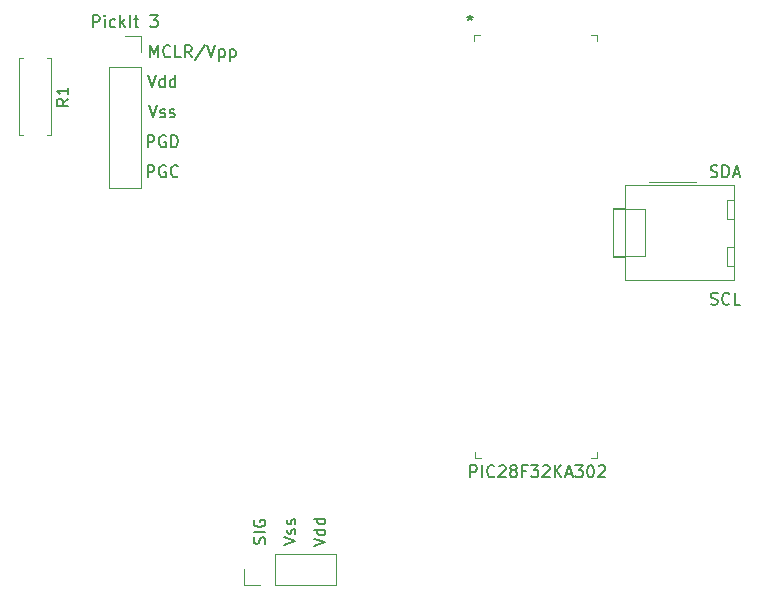
<source format=gto>
G04 #@! TF.GenerationSoftware,KiCad,Pcbnew,(5.1.5)-3*
G04 #@! TF.CreationDate,2021-02-10T11:03:33-05:00*
G04 #@! TF.ProjectId,PCB,5043422e-6b69-4636-9164-5f7063625858,rev?*
G04 #@! TF.SameCoordinates,Original*
G04 #@! TF.FileFunction,Legend,Top*
G04 #@! TF.FilePolarity,Positive*
%FSLAX46Y46*%
G04 Gerber Fmt 4.6, Leading zero omitted, Abs format (unit mm)*
G04 Created by KiCad (PCBNEW (5.1.5)-3) date 2021-02-10 11:03:33*
%MOMM*%
%LPD*%
G04 APERTURE LIST*
%ADD10C,0.150000*%
%ADD11C,0.120000*%
%ADD12C,0.100000*%
G04 APERTURE END LIST*
D10*
X110498095Y-95067380D02*
X110498095Y-94067380D01*
X110879047Y-94067380D01*
X110974285Y-94115000D01*
X111021904Y-94162619D01*
X111069523Y-94257857D01*
X111069523Y-94400714D01*
X111021904Y-94495952D01*
X110974285Y-94543571D01*
X110879047Y-94591190D01*
X110498095Y-94591190D01*
X112021904Y-94115000D02*
X111926666Y-94067380D01*
X111783809Y-94067380D01*
X111640952Y-94115000D01*
X111545714Y-94210238D01*
X111498095Y-94305476D01*
X111450476Y-94495952D01*
X111450476Y-94638809D01*
X111498095Y-94829285D01*
X111545714Y-94924523D01*
X111640952Y-95019761D01*
X111783809Y-95067380D01*
X111879047Y-95067380D01*
X112021904Y-95019761D01*
X112069523Y-94972142D01*
X112069523Y-94638809D01*
X111879047Y-94638809D01*
X113069523Y-94972142D02*
X113021904Y-95019761D01*
X112879047Y-95067380D01*
X112783809Y-95067380D01*
X112640952Y-95019761D01*
X112545714Y-94924523D01*
X112498095Y-94829285D01*
X112450476Y-94638809D01*
X112450476Y-94495952D01*
X112498095Y-94305476D01*
X112545714Y-94210238D01*
X112640952Y-94115000D01*
X112783809Y-94067380D01*
X112879047Y-94067380D01*
X113021904Y-94115000D01*
X113069523Y-94162619D01*
X110498095Y-92527380D02*
X110498095Y-91527380D01*
X110879047Y-91527380D01*
X110974285Y-91575000D01*
X111021904Y-91622619D01*
X111069523Y-91717857D01*
X111069523Y-91860714D01*
X111021904Y-91955952D01*
X110974285Y-92003571D01*
X110879047Y-92051190D01*
X110498095Y-92051190D01*
X112021904Y-91575000D02*
X111926666Y-91527380D01*
X111783809Y-91527380D01*
X111640952Y-91575000D01*
X111545714Y-91670238D01*
X111498095Y-91765476D01*
X111450476Y-91955952D01*
X111450476Y-92098809D01*
X111498095Y-92289285D01*
X111545714Y-92384523D01*
X111640952Y-92479761D01*
X111783809Y-92527380D01*
X111879047Y-92527380D01*
X112021904Y-92479761D01*
X112069523Y-92432142D01*
X112069523Y-92098809D01*
X111879047Y-92098809D01*
X112498095Y-92527380D02*
X112498095Y-91527380D01*
X112736190Y-91527380D01*
X112879047Y-91575000D01*
X112974285Y-91670238D01*
X113021904Y-91765476D01*
X113069523Y-91955952D01*
X113069523Y-92098809D01*
X113021904Y-92289285D01*
X112974285Y-92384523D01*
X112879047Y-92479761D01*
X112736190Y-92527380D01*
X112498095Y-92527380D01*
X110617142Y-88987380D02*
X110950476Y-89987380D01*
X111283809Y-88987380D01*
X111569523Y-89939761D02*
X111664761Y-89987380D01*
X111855238Y-89987380D01*
X111950476Y-89939761D01*
X111998095Y-89844523D01*
X111998095Y-89796904D01*
X111950476Y-89701666D01*
X111855238Y-89654047D01*
X111712380Y-89654047D01*
X111617142Y-89606428D01*
X111569523Y-89511190D01*
X111569523Y-89463571D01*
X111617142Y-89368333D01*
X111712380Y-89320714D01*
X111855238Y-89320714D01*
X111950476Y-89368333D01*
X112379047Y-89939761D02*
X112474285Y-89987380D01*
X112664761Y-89987380D01*
X112760000Y-89939761D01*
X112807619Y-89844523D01*
X112807619Y-89796904D01*
X112760000Y-89701666D01*
X112664761Y-89654047D01*
X112521904Y-89654047D01*
X112426666Y-89606428D01*
X112379047Y-89511190D01*
X112379047Y-89463571D01*
X112426666Y-89368333D01*
X112521904Y-89320714D01*
X112664761Y-89320714D01*
X112760000Y-89368333D01*
X110521904Y-86447380D02*
X110855238Y-87447380D01*
X111188571Y-86447380D01*
X111950476Y-87447380D02*
X111950476Y-86447380D01*
X111950476Y-87399761D02*
X111855238Y-87447380D01*
X111664761Y-87447380D01*
X111569523Y-87399761D01*
X111521904Y-87352142D01*
X111474285Y-87256904D01*
X111474285Y-86971190D01*
X111521904Y-86875952D01*
X111569523Y-86828333D01*
X111664761Y-86780714D01*
X111855238Y-86780714D01*
X111950476Y-86828333D01*
X112855238Y-87447380D02*
X112855238Y-86447380D01*
X112855238Y-87399761D02*
X112760000Y-87447380D01*
X112569523Y-87447380D01*
X112474285Y-87399761D01*
X112426666Y-87352142D01*
X112379047Y-87256904D01*
X112379047Y-86971190D01*
X112426666Y-86875952D01*
X112474285Y-86828333D01*
X112569523Y-86780714D01*
X112760000Y-86780714D01*
X112855238Y-86828333D01*
X110704761Y-84907380D02*
X110704761Y-83907380D01*
X111038095Y-84621666D01*
X111371428Y-83907380D01*
X111371428Y-84907380D01*
X112419047Y-84812142D02*
X112371428Y-84859761D01*
X112228571Y-84907380D01*
X112133333Y-84907380D01*
X111990476Y-84859761D01*
X111895238Y-84764523D01*
X111847619Y-84669285D01*
X111800000Y-84478809D01*
X111800000Y-84335952D01*
X111847619Y-84145476D01*
X111895238Y-84050238D01*
X111990476Y-83955000D01*
X112133333Y-83907380D01*
X112228571Y-83907380D01*
X112371428Y-83955000D01*
X112419047Y-84002619D01*
X113323809Y-84907380D02*
X112847619Y-84907380D01*
X112847619Y-83907380D01*
X114228571Y-84907380D02*
X113895238Y-84431190D01*
X113657142Y-84907380D02*
X113657142Y-83907380D01*
X114038095Y-83907380D01*
X114133333Y-83955000D01*
X114180952Y-84002619D01*
X114228571Y-84097857D01*
X114228571Y-84240714D01*
X114180952Y-84335952D01*
X114133333Y-84383571D01*
X114038095Y-84431190D01*
X113657142Y-84431190D01*
X115371428Y-83859761D02*
X114514285Y-85145476D01*
X115561904Y-83907380D02*
X115895238Y-84907380D01*
X116228571Y-83907380D01*
X116561904Y-84240714D02*
X116561904Y-85240714D01*
X116561904Y-84288333D02*
X116657142Y-84240714D01*
X116847619Y-84240714D01*
X116942857Y-84288333D01*
X116990476Y-84335952D01*
X117038095Y-84431190D01*
X117038095Y-84716904D01*
X116990476Y-84812142D01*
X116942857Y-84859761D01*
X116847619Y-84907380D01*
X116657142Y-84907380D01*
X116561904Y-84859761D01*
X117466666Y-84240714D02*
X117466666Y-85240714D01*
X117466666Y-84288333D02*
X117561904Y-84240714D01*
X117752380Y-84240714D01*
X117847619Y-84288333D01*
X117895238Y-84335952D01*
X117942857Y-84431190D01*
X117942857Y-84716904D01*
X117895238Y-84812142D01*
X117847619Y-84859761D01*
X117752380Y-84907380D01*
X117561904Y-84907380D01*
X117466666Y-84859761D01*
X105870714Y-82367380D02*
X105870714Y-81367380D01*
X106251666Y-81367380D01*
X106346904Y-81415000D01*
X106394523Y-81462619D01*
X106442142Y-81557857D01*
X106442142Y-81700714D01*
X106394523Y-81795952D01*
X106346904Y-81843571D01*
X106251666Y-81891190D01*
X105870714Y-81891190D01*
X106870714Y-82367380D02*
X106870714Y-81700714D01*
X106870714Y-81367380D02*
X106823095Y-81415000D01*
X106870714Y-81462619D01*
X106918333Y-81415000D01*
X106870714Y-81367380D01*
X106870714Y-81462619D01*
X107775476Y-82319761D02*
X107680238Y-82367380D01*
X107489761Y-82367380D01*
X107394523Y-82319761D01*
X107346904Y-82272142D01*
X107299285Y-82176904D01*
X107299285Y-81891190D01*
X107346904Y-81795952D01*
X107394523Y-81748333D01*
X107489761Y-81700714D01*
X107680238Y-81700714D01*
X107775476Y-81748333D01*
X108204047Y-82367380D02*
X108204047Y-81367380D01*
X108299285Y-81986428D02*
X108585000Y-82367380D01*
X108585000Y-81700714D02*
X108204047Y-82081666D01*
X109013571Y-82367380D02*
X109013571Y-81367380D01*
X109346904Y-81700714D02*
X109727857Y-81700714D01*
X109489761Y-81367380D02*
X109489761Y-82224523D01*
X109537380Y-82319761D01*
X109632619Y-82367380D01*
X109727857Y-82367380D01*
X110727857Y-81367380D02*
X111346904Y-81367380D01*
X111013571Y-81748333D01*
X111156428Y-81748333D01*
X111251666Y-81795952D01*
X111299285Y-81843571D01*
X111346904Y-81938809D01*
X111346904Y-82176904D01*
X111299285Y-82272142D01*
X111251666Y-82319761D01*
X111156428Y-82367380D01*
X110870714Y-82367380D01*
X110775476Y-82319761D01*
X110727857Y-82272142D01*
X158194523Y-105814761D02*
X158337380Y-105862380D01*
X158575476Y-105862380D01*
X158670714Y-105814761D01*
X158718333Y-105767142D01*
X158765952Y-105671904D01*
X158765952Y-105576666D01*
X158718333Y-105481428D01*
X158670714Y-105433809D01*
X158575476Y-105386190D01*
X158385000Y-105338571D01*
X158289761Y-105290952D01*
X158242142Y-105243333D01*
X158194523Y-105148095D01*
X158194523Y-105052857D01*
X158242142Y-104957619D01*
X158289761Y-104910000D01*
X158385000Y-104862380D01*
X158623095Y-104862380D01*
X158765952Y-104910000D01*
X159765952Y-105767142D02*
X159718333Y-105814761D01*
X159575476Y-105862380D01*
X159480238Y-105862380D01*
X159337380Y-105814761D01*
X159242142Y-105719523D01*
X159194523Y-105624285D01*
X159146904Y-105433809D01*
X159146904Y-105290952D01*
X159194523Y-105100476D01*
X159242142Y-105005238D01*
X159337380Y-104910000D01*
X159480238Y-104862380D01*
X159575476Y-104862380D01*
X159718333Y-104910000D01*
X159765952Y-104957619D01*
X160670714Y-105862380D02*
X160194523Y-105862380D01*
X160194523Y-104862380D01*
X158170714Y-95019761D02*
X158313571Y-95067380D01*
X158551666Y-95067380D01*
X158646904Y-95019761D01*
X158694523Y-94972142D01*
X158742142Y-94876904D01*
X158742142Y-94781666D01*
X158694523Y-94686428D01*
X158646904Y-94638809D01*
X158551666Y-94591190D01*
X158361190Y-94543571D01*
X158265952Y-94495952D01*
X158218333Y-94448333D01*
X158170714Y-94353095D01*
X158170714Y-94257857D01*
X158218333Y-94162619D01*
X158265952Y-94115000D01*
X158361190Y-94067380D01*
X158599285Y-94067380D01*
X158742142Y-94115000D01*
X159170714Y-95067380D02*
X159170714Y-94067380D01*
X159408809Y-94067380D01*
X159551666Y-94115000D01*
X159646904Y-94210238D01*
X159694523Y-94305476D01*
X159742142Y-94495952D01*
X159742142Y-94638809D01*
X159694523Y-94829285D01*
X159646904Y-94924523D01*
X159551666Y-95019761D01*
X159408809Y-95067380D01*
X159170714Y-95067380D01*
X160123095Y-94781666D02*
X160599285Y-94781666D01*
X160027857Y-95067380D02*
X160361190Y-94067380D01*
X160694523Y-95067380D01*
X124547380Y-126333095D02*
X125547380Y-125999761D01*
X124547380Y-125666428D01*
X125547380Y-124904523D02*
X124547380Y-124904523D01*
X125499761Y-124904523D02*
X125547380Y-124999761D01*
X125547380Y-125190238D01*
X125499761Y-125285476D01*
X125452142Y-125333095D01*
X125356904Y-125380714D01*
X125071190Y-125380714D01*
X124975952Y-125333095D01*
X124928333Y-125285476D01*
X124880714Y-125190238D01*
X124880714Y-124999761D01*
X124928333Y-124904523D01*
X125547380Y-123999761D02*
X124547380Y-123999761D01*
X125499761Y-123999761D02*
X125547380Y-124095000D01*
X125547380Y-124285476D01*
X125499761Y-124380714D01*
X125452142Y-124428333D01*
X125356904Y-124475952D01*
X125071190Y-124475952D01*
X124975952Y-124428333D01*
X124928333Y-124380714D01*
X124880714Y-124285476D01*
X124880714Y-124095000D01*
X124928333Y-123999761D01*
X122007380Y-126237857D02*
X123007380Y-125904523D01*
X122007380Y-125571190D01*
X122959761Y-125285476D02*
X123007380Y-125190238D01*
X123007380Y-124999761D01*
X122959761Y-124904523D01*
X122864523Y-124856904D01*
X122816904Y-124856904D01*
X122721666Y-124904523D01*
X122674047Y-124999761D01*
X122674047Y-125142619D01*
X122626428Y-125237857D01*
X122531190Y-125285476D01*
X122483571Y-125285476D01*
X122388333Y-125237857D01*
X122340714Y-125142619D01*
X122340714Y-124999761D01*
X122388333Y-124904523D01*
X122959761Y-124475952D02*
X123007380Y-124380714D01*
X123007380Y-124190238D01*
X122959761Y-124095000D01*
X122864523Y-124047380D01*
X122816904Y-124047380D01*
X122721666Y-124095000D01*
X122674047Y-124190238D01*
X122674047Y-124333095D01*
X122626428Y-124428333D01*
X122531190Y-124475952D01*
X122483571Y-124475952D01*
X122388333Y-124428333D01*
X122340714Y-124333095D01*
X122340714Y-124190238D01*
X122388333Y-124095000D01*
X120419761Y-126118809D02*
X120467380Y-125975952D01*
X120467380Y-125737857D01*
X120419761Y-125642619D01*
X120372142Y-125595000D01*
X120276904Y-125547380D01*
X120181666Y-125547380D01*
X120086428Y-125595000D01*
X120038809Y-125642619D01*
X119991190Y-125737857D01*
X119943571Y-125928333D01*
X119895952Y-126023571D01*
X119848333Y-126071190D01*
X119753095Y-126118809D01*
X119657857Y-126118809D01*
X119562619Y-126071190D01*
X119515000Y-126023571D01*
X119467380Y-125928333D01*
X119467380Y-125690238D01*
X119515000Y-125547380D01*
X120467380Y-125118809D02*
X119467380Y-125118809D01*
X119515000Y-124118809D02*
X119467380Y-124214047D01*
X119467380Y-124356904D01*
X119515000Y-124499761D01*
X119610238Y-124595000D01*
X119705476Y-124642619D01*
X119895952Y-124690238D01*
X120038809Y-124690238D01*
X120229285Y-124642619D01*
X120324523Y-124595000D01*
X120419761Y-124499761D01*
X120467380Y-124356904D01*
X120467380Y-124261666D01*
X120419761Y-124118809D01*
X120372142Y-124071190D01*
X120038809Y-124071190D01*
X120038809Y-124261666D01*
X137819523Y-120467380D02*
X137819523Y-119467380D01*
X138200476Y-119467380D01*
X138295714Y-119515000D01*
X138343333Y-119562619D01*
X138390952Y-119657857D01*
X138390952Y-119800714D01*
X138343333Y-119895952D01*
X138295714Y-119943571D01*
X138200476Y-119991190D01*
X137819523Y-119991190D01*
X138819523Y-120467380D02*
X138819523Y-119467380D01*
X139867142Y-120372142D02*
X139819523Y-120419761D01*
X139676666Y-120467380D01*
X139581428Y-120467380D01*
X139438571Y-120419761D01*
X139343333Y-120324523D01*
X139295714Y-120229285D01*
X139248095Y-120038809D01*
X139248095Y-119895952D01*
X139295714Y-119705476D01*
X139343333Y-119610238D01*
X139438571Y-119515000D01*
X139581428Y-119467380D01*
X139676666Y-119467380D01*
X139819523Y-119515000D01*
X139867142Y-119562619D01*
X140248095Y-119562619D02*
X140295714Y-119515000D01*
X140390952Y-119467380D01*
X140629047Y-119467380D01*
X140724285Y-119515000D01*
X140771904Y-119562619D01*
X140819523Y-119657857D01*
X140819523Y-119753095D01*
X140771904Y-119895952D01*
X140200476Y-120467380D01*
X140819523Y-120467380D01*
X141390952Y-119895952D02*
X141295714Y-119848333D01*
X141248095Y-119800714D01*
X141200476Y-119705476D01*
X141200476Y-119657857D01*
X141248095Y-119562619D01*
X141295714Y-119515000D01*
X141390952Y-119467380D01*
X141581428Y-119467380D01*
X141676666Y-119515000D01*
X141724285Y-119562619D01*
X141771904Y-119657857D01*
X141771904Y-119705476D01*
X141724285Y-119800714D01*
X141676666Y-119848333D01*
X141581428Y-119895952D01*
X141390952Y-119895952D01*
X141295714Y-119943571D01*
X141248095Y-119991190D01*
X141200476Y-120086428D01*
X141200476Y-120276904D01*
X141248095Y-120372142D01*
X141295714Y-120419761D01*
X141390952Y-120467380D01*
X141581428Y-120467380D01*
X141676666Y-120419761D01*
X141724285Y-120372142D01*
X141771904Y-120276904D01*
X141771904Y-120086428D01*
X141724285Y-119991190D01*
X141676666Y-119943571D01*
X141581428Y-119895952D01*
X142533809Y-119943571D02*
X142200476Y-119943571D01*
X142200476Y-120467380D02*
X142200476Y-119467380D01*
X142676666Y-119467380D01*
X142962380Y-119467380D02*
X143581428Y-119467380D01*
X143248095Y-119848333D01*
X143390952Y-119848333D01*
X143486190Y-119895952D01*
X143533809Y-119943571D01*
X143581428Y-120038809D01*
X143581428Y-120276904D01*
X143533809Y-120372142D01*
X143486190Y-120419761D01*
X143390952Y-120467380D01*
X143105238Y-120467380D01*
X143010000Y-120419761D01*
X142962380Y-120372142D01*
X143962380Y-119562619D02*
X144010000Y-119515000D01*
X144105238Y-119467380D01*
X144343333Y-119467380D01*
X144438571Y-119515000D01*
X144486190Y-119562619D01*
X144533809Y-119657857D01*
X144533809Y-119753095D01*
X144486190Y-119895952D01*
X143914761Y-120467380D01*
X144533809Y-120467380D01*
X144962380Y-120467380D02*
X144962380Y-119467380D01*
X145533809Y-120467380D02*
X145105238Y-119895952D01*
X145533809Y-119467380D02*
X144962380Y-120038809D01*
X145914761Y-120181666D02*
X146390952Y-120181666D01*
X145819523Y-120467380D02*
X146152857Y-119467380D01*
X146486190Y-120467380D01*
X146724285Y-119467380D02*
X147343333Y-119467380D01*
X147010000Y-119848333D01*
X147152857Y-119848333D01*
X147248095Y-119895952D01*
X147295714Y-119943571D01*
X147343333Y-120038809D01*
X147343333Y-120276904D01*
X147295714Y-120372142D01*
X147248095Y-120419761D01*
X147152857Y-120467380D01*
X146867142Y-120467380D01*
X146771904Y-120419761D01*
X146724285Y-120372142D01*
X147962380Y-119467380D02*
X148057619Y-119467380D01*
X148152857Y-119515000D01*
X148200476Y-119562619D01*
X148248095Y-119657857D01*
X148295714Y-119848333D01*
X148295714Y-120086428D01*
X148248095Y-120276904D01*
X148200476Y-120372142D01*
X148152857Y-120419761D01*
X148057619Y-120467380D01*
X147962380Y-120467380D01*
X147867142Y-120419761D01*
X147819523Y-120372142D01*
X147771904Y-120276904D01*
X147724285Y-120086428D01*
X147724285Y-119848333D01*
X147771904Y-119657857D01*
X147819523Y-119562619D01*
X147867142Y-119515000D01*
X147962380Y-119467380D01*
X148676666Y-119562619D02*
X148724285Y-119515000D01*
X148819523Y-119467380D01*
X149057619Y-119467380D01*
X149152857Y-119515000D01*
X149200476Y-119562619D01*
X149248095Y-119657857D01*
X149248095Y-119753095D01*
X149200476Y-119895952D01*
X148629047Y-120467380D01*
X149248095Y-120467380D01*
X137795000Y-81367380D02*
X137795000Y-81605476D01*
X137556904Y-81510238D02*
X137795000Y-81605476D01*
X138033095Y-81510238D01*
X137652142Y-81795952D02*
X137795000Y-81605476D01*
X137937857Y-81795952D01*
D11*
X108585000Y-83125000D02*
X109915000Y-83125000D01*
X109915000Y-83125000D02*
X109915000Y-84455000D01*
X109915000Y-85725000D02*
X109915000Y-95945000D01*
X107255000Y-95945000D02*
X109915000Y-95945000D01*
X107255000Y-85725000D02*
X107255000Y-95945000D01*
X107255000Y-85725000D02*
X109915000Y-85725000D01*
X160160000Y-95770000D02*
X160160000Y-103770000D01*
X160160000Y-103770000D02*
X150935000Y-103770000D01*
X150935000Y-103770000D02*
X150935000Y-101865000D01*
X150935000Y-101865000D02*
X149930000Y-101865000D01*
X149930000Y-101865000D02*
X149930000Y-97675000D01*
X149930000Y-97675000D02*
X150935000Y-97675000D01*
X150935000Y-97675000D02*
X150935000Y-95770000D01*
X150935000Y-95770000D02*
X160160000Y-95770000D01*
X156940000Y-95480000D02*
X152940000Y-95480000D01*
X149930000Y-97790000D02*
X150930000Y-97790000D01*
X150930000Y-97790000D02*
X150930000Y-101750000D01*
X150930000Y-101750000D02*
X149930000Y-101750000D01*
X150930000Y-97790000D02*
X152600000Y-97790000D01*
X152600000Y-97790000D02*
X152600000Y-101750000D01*
X152600000Y-101750000D02*
X150930000Y-101750000D01*
X160160000Y-96990000D02*
X159560000Y-96990000D01*
X159560000Y-96990000D02*
X159560000Y-98590000D01*
X159560000Y-98590000D02*
X160160000Y-98590000D01*
X160160000Y-100950000D02*
X159560000Y-100950000D01*
X159560000Y-100950000D02*
X159560000Y-102550000D01*
X159560000Y-102550000D02*
X160160000Y-102550000D01*
X126425000Y-129600000D02*
X126425000Y-126940000D01*
X121285000Y-129600000D02*
X126425000Y-129600000D01*
X121285000Y-126940000D02*
X126425000Y-126940000D01*
X121285000Y-129600000D02*
X121285000Y-126940000D01*
X120015000Y-129600000D02*
X118685000Y-129600000D01*
X118685000Y-129600000D02*
X118685000Y-128270000D01*
X102005000Y-84995000D02*
X102335000Y-84995000D01*
X102335000Y-84995000D02*
X102335000Y-91535000D01*
X102335000Y-91535000D02*
X102005000Y-91535000D01*
X99925000Y-84995000D02*
X99595000Y-84995000D01*
X99595000Y-84995000D02*
X99595000Y-91535000D01*
X99595000Y-91535000D02*
X99925000Y-91535000D01*
D12*
X148553000Y-118845000D02*
X148553000Y-118345000D01*
X148553000Y-118845000D02*
X148053000Y-118845000D01*
X138193000Y-118845000D02*
X138693000Y-118845000D01*
X138193000Y-118845000D02*
X138193000Y-118345000D01*
X138173000Y-83055000D02*
X138173000Y-83555000D01*
X138173000Y-83055000D02*
X138673000Y-83055000D01*
X148573000Y-83055000D02*
X148573000Y-83555000D01*
X148573000Y-83055000D02*
X148073000Y-83055000D01*
D10*
X103787380Y-88431666D02*
X103311190Y-88765000D01*
X103787380Y-89003095D02*
X102787380Y-89003095D01*
X102787380Y-88622142D01*
X102835000Y-88526904D01*
X102882619Y-88479285D01*
X102977857Y-88431666D01*
X103120714Y-88431666D01*
X103215952Y-88479285D01*
X103263571Y-88526904D01*
X103311190Y-88622142D01*
X103311190Y-89003095D01*
X103787380Y-87479285D02*
X103787380Y-88050714D01*
X103787380Y-87765000D02*
X102787380Y-87765000D01*
X102930238Y-87860238D01*
X103025476Y-87955476D01*
X103073095Y-88050714D01*
M02*

</source>
